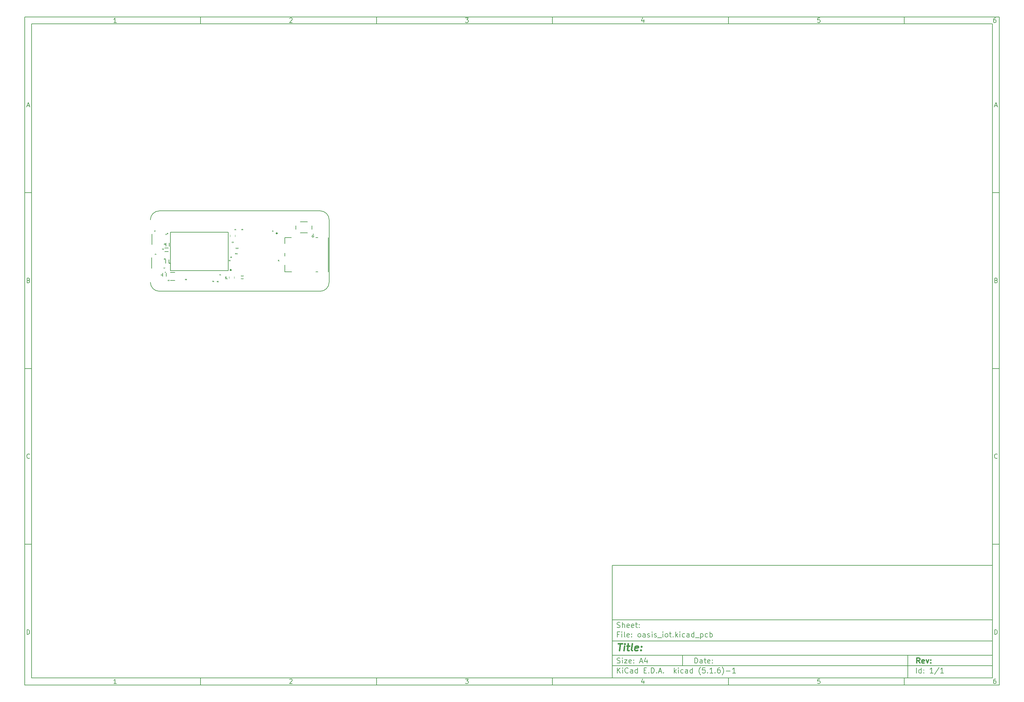
<source format=gto>
G04 #@! TF.GenerationSoftware,KiCad,Pcbnew,(5.1.6)-1*
G04 #@! TF.CreationDate,2021-06-30T18:45:26-06:00*
G04 #@! TF.ProjectId,oasis_iot,6f617369-735f-4696-9f74-2e6b69636164,rev?*
G04 #@! TF.SameCoordinates,Original*
G04 #@! TF.FileFunction,Legend,Top*
G04 #@! TF.FilePolarity,Positive*
%FSLAX46Y46*%
G04 Gerber Fmt 4.6, Leading zero omitted, Abs format (unit mm)*
G04 Created by KiCad (PCBNEW (5.1.6)-1) date 2021-06-30 18:45:26*
%MOMM*%
%LPD*%
G01*
G04 APERTURE LIST*
%ADD10C,0.100000*%
%ADD11C,0.150000*%
%ADD12C,0.300000*%
%ADD13C,0.400000*%
%ADD14C,0.127000*%
%ADD15C,0.200000*%
%ADD16C,0.120000*%
%ADD17C,0.152400*%
%ADD18C,0.015000*%
G04 APERTURE END LIST*
D10*
D11*
X177002200Y-166007200D02*
X177002200Y-198007200D01*
X285002200Y-198007200D01*
X285002200Y-166007200D01*
X177002200Y-166007200D01*
D10*
D11*
X10000000Y-10000000D02*
X10000000Y-200007200D01*
X287002200Y-200007200D01*
X287002200Y-10000000D01*
X10000000Y-10000000D01*
D10*
D11*
X12000000Y-12000000D02*
X12000000Y-198007200D01*
X285002200Y-198007200D01*
X285002200Y-12000000D01*
X12000000Y-12000000D01*
D10*
D11*
X60000000Y-12000000D02*
X60000000Y-10000000D01*
D10*
D11*
X110000000Y-12000000D02*
X110000000Y-10000000D01*
D10*
D11*
X160000000Y-12000000D02*
X160000000Y-10000000D01*
D10*
D11*
X210000000Y-12000000D02*
X210000000Y-10000000D01*
D10*
D11*
X260000000Y-12000000D02*
X260000000Y-10000000D01*
D10*
D11*
X36065476Y-11588095D02*
X35322619Y-11588095D01*
X35694047Y-11588095D02*
X35694047Y-10288095D01*
X35570238Y-10473809D01*
X35446428Y-10597619D01*
X35322619Y-10659523D01*
D10*
D11*
X85322619Y-10411904D02*
X85384523Y-10350000D01*
X85508333Y-10288095D01*
X85817857Y-10288095D01*
X85941666Y-10350000D01*
X86003571Y-10411904D01*
X86065476Y-10535714D01*
X86065476Y-10659523D01*
X86003571Y-10845238D01*
X85260714Y-11588095D01*
X86065476Y-11588095D01*
D10*
D11*
X135260714Y-10288095D02*
X136065476Y-10288095D01*
X135632142Y-10783333D01*
X135817857Y-10783333D01*
X135941666Y-10845238D01*
X136003571Y-10907142D01*
X136065476Y-11030952D01*
X136065476Y-11340476D01*
X136003571Y-11464285D01*
X135941666Y-11526190D01*
X135817857Y-11588095D01*
X135446428Y-11588095D01*
X135322619Y-11526190D01*
X135260714Y-11464285D01*
D10*
D11*
X185941666Y-10721428D02*
X185941666Y-11588095D01*
X185632142Y-10226190D02*
X185322619Y-11154761D01*
X186127380Y-11154761D01*
D10*
D11*
X236003571Y-10288095D02*
X235384523Y-10288095D01*
X235322619Y-10907142D01*
X235384523Y-10845238D01*
X235508333Y-10783333D01*
X235817857Y-10783333D01*
X235941666Y-10845238D01*
X236003571Y-10907142D01*
X236065476Y-11030952D01*
X236065476Y-11340476D01*
X236003571Y-11464285D01*
X235941666Y-11526190D01*
X235817857Y-11588095D01*
X235508333Y-11588095D01*
X235384523Y-11526190D01*
X235322619Y-11464285D01*
D10*
D11*
X285941666Y-10288095D02*
X285694047Y-10288095D01*
X285570238Y-10350000D01*
X285508333Y-10411904D01*
X285384523Y-10597619D01*
X285322619Y-10845238D01*
X285322619Y-11340476D01*
X285384523Y-11464285D01*
X285446428Y-11526190D01*
X285570238Y-11588095D01*
X285817857Y-11588095D01*
X285941666Y-11526190D01*
X286003571Y-11464285D01*
X286065476Y-11340476D01*
X286065476Y-11030952D01*
X286003571Y-10907142D01*
X285941666Y-10845238D01*
X285817857Y-10783333D01*
X285570238Y-10783333D01*
X285446428Y-10845238D01*
X285384523Y-10907142D01*
X285322619Y-11030952D01*
D10*
D11*
X60000000Y-198007200D02*
X60000000Y-200007200D01*
D10*
D11*
X110000000Y-198007200D02*
X110000000Y-200007200D01*
D10*
D11*
X160000000Y-198007200D02*
X160000000Y-200007200D01*
D10*
D11*
X210000000Y-198007200D02*
X210000000Y-200007200D01*
D10*
D11*
X260000000Y-198007200D02*
X260000000Y-200007200D01*
D10*
D11*
X36065476Y-199595295D02*
X35322619Y-199595295D01*
X35694047Y-199595295D02*
X35694047Y-198295295D01*
X35570238Y-198481009D01*
X35446428Y-198604819D01*
X35322619Y-198666723D01*
D10*
D11*
X85322619Y-198419104D02*
X85384523Y-198357200D01*
X85508333Y-198295295D01*
X85817857Y-198295295D01*
X85941666Y-198357200D01*
X86003571Y-198419104D01*
X86065476Y-198542914D01*
X86065476Y-198666723D01*
X86003571Y-198852438D01*
X85260714Y-199595295D01*
X86065476Y-199595295D01*
D10*
D11*
X135260714Y-198295295D02*
X136065476Y-198295295D01*
X135632142Y-198790533D01*
X135817857Y-198790533D01*
X135941666Y-198852438D01*
X136003571Y-198914342D01*
X136065476Y-199038152D01*
X136065476Y-199347676D01*
X136003571Y-199471485D01*
X135941666Y-199533390D01*
X135817857Y-199595295D01*
X135446428Y-199595295D01*
X135322619Y-199533390D01*
X135260714Y-199471485D01*
D10*
D11*
X185941666Y-198728628D02*
X185941666Y-199595295D01*
X185632142Y-198233390D02*
X185322619Y-199161961D01*
X186127380Y-199161961D01*
D10*
D11*
X236003571Y-198295295D02*
X235384523Y-198295295D01*
X235322619Y-198914342D01*
X235384523Y-198852438D01*
X235508333Y-198790533D01*
X235817857Y-198790533D01*
X235941666Y-198852438D01*
X236003571Y-198914342D01*
X236065476Y-199038152D01*
X236065476Y-199347676D01*
X236003571Y-199471485D01*
X235941666Y-199533390D01*
X235817857Y-199595295D01*
X235508333Y-199595295D01*
X235384523Y-199533390D01*
X235322619Y-199471485D01*
D10*
D11*
X285941666Y-198295295D02*
X285694047Y-198295295D01*
X285570238Y-198357200D01*
X285508333Y-198419104D01*
X285384523Y-198604819D01*
X285322619Y-198852438D01*
X285322619Y-199347676D01*
X285384523Y-199471485D01*
X285446428Y-199533390D01*
X285570238Y-199595295D01*
X285817857Y-199595295D01*
X285941666Y-199533390D01*
X286003571Y-199471485D01*
X286065476Y-199347676D01*
X286065476Y-199038152D01*
X286003571Y-198914342D01*
X285941666Y-198852438D01*
X285817857Y-198790533D01*
X285570238Y-198790533D01*
X285446428Y-198852438D01*
X285384523Y-198914342D01*
X285322619Y-199038152D01*
D10*
D11*
X10000000Y-60000000D02*
X12000000Y-60000000D01*
D10*
D11*
X10000000Y-110000000D02*
X12000000Y-110000000D01*
D10*
D11*
X10000000Y-160000000D02*
X12000000Y-160000000D01*
D10*
D11*
X10690476Y-35216666D02*
X11309523Y-35216666D01*
X10566666Y-35588095D02*
X11000000Y-34288095D01*
X11433333Y-35588095D01*
D10*
D11*
X11092857Y-84907142D02*
X11278571Y-84969047D01*
X11340476Y-85030952D01*
X11402380Y-85154761D01*
X11402380Y-85340476D01*
X11340476Y-85464285D01*
X11278571Y-85526190D01*
X11154761Y-85588095D01*
X10659523Y-85588095D01*
X10659523Y-84288095D01*
X11092857Y-84288095D01*
X11216666Y-84350000D01*
X11278571Y-84411904D01*
X11340476Y-84535714D01*
X11340476Y-84659523D01*
X11278571Y-84783333D01*
X11216666Y-84845238D01*
X11092857Y-84907142D01*
X10659523Y-84907142D01*
D10*
D11*
X11402380Y-135464285D02*
X11340476Y-135526190D01*
X11154761Y-135588095D01*
X11030952Y-135588095D01*
X10845238Y-135526190D01*
X10721428Y-135402380D01*
X10659523Y-135278571D01*
X10597619Y-135030952D01*
X10597619Y-134845238D01*
X10659523Y-134597619D01*
X10721428Y-134473809D01*
X10845238Y-134350000D01*
X11030952Y-134288095D01*
X11154761Y-134288095D01*
X11340476Y-134350000D01*
X11402380Y-134411904D01*
D10*
D11*
X10659523Y-185588095D02*
X10659523Y-184288095D01*
X10969047Y-184288095D01*
X11154761Y-184350000D01*
X11278571Y-184473809D01*
X11340476Y-184597619D01*
X11402380Y-184845238D01*
X11402380Y-185030952D01*
X11340476Y-185278571D01*
X11278571Y-185402380D01*
X11154761Y-185526190D01*
X10969047Y-185588095D01*
X10659523Y-185588095D01*
D10*
D11*
X287002200Y-60000000D02*
X285002200Y-60000000D01*
D10*
D11*
X287002200Y-110000000D02*
X285002200Y-110000000D01*
D10*
D11*
X287002200Y-160000000D02*
X285002200Y-160000000D01*
D10*
D11*
X285692676Y-35216666D02*
X286311723Y-35216666D01*
X285568866Y-35588095D02*
X286002200Y-34288095D01*
X286435533Y-35588095D01*
D10*
D11*
X286095057Y-84907142D02*
X286280771Y-84969047D01*
X286342676Y-85030952D01*
X286404580Y-85154761D01*
X286404580Y-85340476D01*
X286342676Y-85464285D01*
X286280771Y-85526190D01*
X286156961Y-85588095D01*
X285661723Y-85588095D01*
X285661723Y-84288095D01*
X286095057Y-84288095D01*
X286218866Y-84350000D01*
X286280771Y-84411904D01*
X286342676Y-84535714D01*
X286342676Y-84659523D01*
X286280771Y-84783333D01*
X286218866Y-84845238D01*
X286095057Y-84907142D01*
X285661723Y-84907142D01*
D10*
D11*
X286404580Y-135464285D02*
X286342676Y-135526190D01*
X286156961Y-135588095D01*
X286033152Y-135588095D01*
X285847438Y-135526190D01*
X285723628Y-135402380D01*
X285661723Y-135278571D01*
X285599819Y-135030952D01*
X285599819Y-134845238D01*
X285661723Y-134597619D01*
X285723628Y-134473809D01*
X285847438Y-134350000D01*
X286033152Y-134288095D01*
X286156961Y-134288095D01*
X286342676Y-134350000D01*
X286404580Y-134411904D01*
D10*
D11*
X285661723Y-185588095D02*
X285661723Y-184288095D01*
X285971247Y-184288095D01*
X286156961Y-184350000D01*
X286280771Y-184473809D01*
X286342676Y-184597619D01*
X286404580Y-184845238D01*
X286404580Y-185030952D01*
X286342676Y-185278571D01*
X286280771Y-185402380D01*
X286156961Y-185526190D01*
X285971247Y-185588095D01*
X285661723Y-185588095D01*
D10*
D11*
X200434342Y-193785771D02*
X200434342Y-192285771D01*
X200791485Y-192285771D01*
X201005771Y-192357200D01*
X201148628Y-192500057D01*
X201220057Y-192642914D01*
X201291485Y-192928628D01*
X201291485Y-193142914D01*
X201220057Y-193428628D01*
X201148628Y-193571485D01*
X201005771Y-193714342D01*
X200791485Y-193785771D01*
X200434342Y-193785771D01*
X202577200Y-193785771D02*
X202577200Y-193000057D01*
X202505771Y-192857200D01*
X202362914Y-192785771D01*
X202077200Y-192785771D01*
X201934342Y-192857200D01*
X202577200Y-193714342D02*
X202434342Y-193785771D01*
X202077200Y-193785771D01*
X201934342Y-193714342D01*
X201862914Y-193571485D01*
X201862914Y-193428628D01*
X201934342Y-193285771D01*
X202077200Y-193214342D01*
X202434342Y-193214342D01*
X202577200Y-193142914D01*
X203077200Y-192785771D02*
X203648628Y-192785771D01*
X203291485Y-192285771D02*
X203291485Y-193571485D01*
X203362914Y-193714342D01*
X203505771Y-193785771D01*
X203648628Y-193785771D01*
X204720057Y-193714342D02*
X204577200Y-193785771D01*
X204291485Y-193785771D01*
X204148628Y-193714342D01*
X204077200Y-193571485D01*
X204077200Y-193000057D01*
X204148628Y-192857200D01*
X204291485Y-192785771D01*
X204577200Y-192785771D01*
X204720057Y-192857200D01*
X204791485Y-193000057D01*
X204791485Y-193142914D01*
X204077200Y-193285771D01*
X205434342Y-193642914D02*
X205505771Y-193714342D01*
X205434342Y-193785771D01*
X205362914Y-193714342D01*
X205434342Y-193642914D01*
X205434342Y-193785771D01*
X205434342Y-192857200D02*
X205505771Y-192928628D01*
X205434342Y-193000057D01*
X205362914Y-192928628D01*
X205434342Y-192857200D01*
X205434342Y-193000057D01*
D10*
D11*
X177002200Y-194507200D02*
X285002200Y-194507200D01*
D10*
D11*
X178434342Y-196585771D02*
X178434342Y-195085771D01*
X179291485Y-196585771D02*
X178648628Y-195728628D01*
X179291485Y-195085771D02*
X178434342Y-195942914D01*
X179934342Y-196585771D02*
X179934342Y-195585771D01*
X179934342Y-195085771D02*
X179862914Y-195157200D01*
X179934342Y-195228628D01*
X180005771Y-195157200D01*
X179934342Y-195085771D01*
X179934342Y-195228628D01*
X181505771Y-196442914D02*
X181434342Y-196514342D01*
X181220057Y-196585771D01*
X181077200Y-196585771D01*
X180862914Y-196514342D01*
X180720057Y-196371485D01*
X180648628Y-196228628D01*
X180577200Y-195942914D01*
X180577200Y-195728628D01*
X180648628Y-195442914D01*
X180720057Y-195300057D01*
X180862914Y-195157200D01*
X181077200Y-195085771D01*
X181220057Y-195085771D01*
X181434342Y-195157200D01*
X181505771Y-195228628D01*
X182791485Y-196585771D02*
X182791485Y-195800057D01*
X182720057Y-195657200D01*
X182577200Y-195585771D01*
X182291485Y-195585771D01*
X182148628Y-195657200D01*
X182791485Y-196514342D02*
X182648628Y-196585771D01*
X182291485Y-196585771D01*
X182148628Y-196514342D01*
X182077200Y-196371485D01*
X182077200Y-196228628D01*
X182148628Y-196085771D01*
X182291485Y-196014342D01*
X182648628Y-196014342D01*
X182791485Y-195942914D01*
X184148628Y-196585771D02*
X184148628Y-195085771D01*
X184148628Y-196514342D02*
X184005771Y-196585771D01*
X183720057Y-196585771D01*
X183577200Y-196514342D01*
X183505771Y-196442914D01*
X183434342Y-196300057D01*
X183434342Y-195871485D01*
X183505771Y-195728628D01*
X183577200Y-195657200D01*
X183720057Y-195585771D01*
X184005771Y-195585771D01*
X184148628Y-195657200D01*
X186005771Y-195800057D02*
X186505771Y-195800057D01*
X186720057Y-196585771D02*
X186005771Y-196585771D01*
X186005771Y-195085771D01*
X186720057Y-195085771D01*
X187362914Y-196442914D02*
X187434342Y-196514342D01*
X187362914Y-196585771D01*
X187291485Y-196514342D01*
X187362914Y-196442914D01*
X187362914Y-196585771D01*
X188077200Y-196585771D02*
X188077200Y-195085771D01*
X188434342Y-195085771D01*
X188648628Y-195157200D01*
X188791485Y-195300057D01*
X188862914Y-195442914D01*
X188934342Y-195728628D01*
X188934342Y-195942914D01*
X188862914Y-196228628D01*
X188791485Y-196371485D01*
X188648628Y-196514342D01*
X188434342Y-196585771D01*
X188077200Y-196585771D01*
X189577200Y-196442914D02*
X189648628Y-196514342D01*
X189577200Y-196585771D01*
X189505771Y-196514342D01*
X189577200Y-196442914D01*
X189577200Y-196585771D01*
X190220057Y-196157200D02*
X190934342Y-196157200D01*
X190077200Y-196585771D02*
X190577200Y-195085771D01*
X191077200Y-196585771D01*
X191577200Y-196442914D02*
X191648628Y-196514342D01*
X191577200Y-196585771D01*
X191505771Y-196514342D01*
X191577200Y-196442914D01*
X191577200Y-196585771D01*
X194577200Y-196585771D02*
X194577200Y-195085771D01*
X194720057Y-196014342D02*
X195148628Y-196585771D01*
X195148628Y-195585771D02*
X194577200Y-196157200D01*
X195791485Y-196585771D02*
X195791485Y-195585771D01*
X195791485Y-195085771D02*
X195720057Y-195157200D01*
X195791485Y-195228628D01*
X195862914Y-195157200D01*
X195791485Y-195085771D01*
X195791485Y-195228628D01*
X197148628Y-196514342D02*
X197005771Y-196585771D01*
X196720057Y-196585771D01*
X196577200Y-196514342D01*
X196505771Y-196442914D01*
X196434342Y-196300057D01*
X196434342Y-195871485D01*
X196505771Y-195728628D01*
X196577200Y-195657200D01*
X196720057Y-195585771D01*
X197005771Y-195585771D01*
X197148628Y-195657200D01*
X198434342Y-196585771D02*
X198434342Y-195800057D01*
X198362914Y-195657200D01*
X198220057Y-195585771D01*
X197934342Y-195585771D01*
X197791485Y-195657200D01*
X198434342Y-196514342D02*
X198291485Y-196585771D01*
X197934342Y-196585771D01*
X197791485Y-196514342D01*
X197720057Y-196371485D01*
X197720057Y-196228628D01*
X197791485Y-196085771D01*
X197934342Y-196014342D01*
X198291485Y-196014342D01*
X198434342Y-195942914D01*
X199791485Y-196585771D02*
X199791485Y-195085771D01*
X199791485Y-196514342D02*
X199648628Y-196585771D01*
X199362914Y-196585771D01*
X199220057Y-196514342D01*
X199148628Y-196442914D01*
X199077200Y-196300057D01*
X199077200Y-195871485D01*
X199148628Y-195728628D01*
X199220057Y-195657200D01*
X199362914Y-195585771D01*
X199648628Y-195585771D01*
X199791485Y-195657200D01*
X202077200Y-197157200D02*
X202005771Y-197085771D01*
X201862914Y-196871485D01*
X201791485Y-196728628D01*
X201720057Y-196514342D01*
X201648628Y-196157200D01*
X201648628Y-195871485D01*
X201720057Y-195514342D01*
X201791485Y-195300057D01*
X201862914Y-195157200D01*
X202005771Y-194942914D01*
X202077200Y-194871485D01*
X203362914Y-195085771D02*
X202648628Y-195085771D01*
X202577200Y-195800057D01*
X202648628Y-195728628D01*
X202791485Y-195657200D01*
X203148628Y-195657200D01*
X203291485Y-195728628D01*
X203362914Y-195800057D01*
X203434342Y-195942914D01*
X203434342Y-196300057D01*
X203362914Y-196442914D01*
X203291485Y-196514342D01*
X203148628Y-196585771D01*
X202791485Y-196585771D01*
X202648628Y-196514342D01*
X202577200Y-196442914D01*
X204077200Y-196442914D02*
X204148628Y-196514342D01*
X204077200Y-196585771D01*
X204005771Y-196514342D01*
X204077200Y-196442914D01*
X204077200Y-196585771D01*
X205577200Y-196585771D02*
X204720057Y-196585771D01*
X205148628Y-196585771D02*
X205148628Y-195085771D01*
X205005771Y-195300057D01*
X204862914Y-195442914D01*
X204720057Y-195514342D01*
X206220057Y-196442914D02*
X206291485Y-196514342D01*
X206220057Y-196585771D01*
X206148628Y-196514342D01*
X206220057Y-196442914D01*
X206220057Y-196585771D01*
X207577200Y-195085771D02*
X207291485Y-195085771D01*
X207148628Y-195157200D01*
X207077200Y-195228628D01*
X206934342Y-195442914D01*
X206862914Y-195728628D01*
X206862914Y-196300057D01*
X206934342Y-196442914D01*
X207005771Y-196514342D01*
X207148628Y-196585771D01*
X207434342Y-196585771D01*
X207577200Y-196514342D01*
X207648628Y-196442914D01*
X207720057Y-196300057D01*
X207720057Y-195942914D01*
X207648628Y-195800057D01*
X207577200Y-195728628D01*
X207434342Y-195657200D01*
X207148628Y-195657200D01*
X207005771Y-195728628D01*
X206934342Y-195800057D01*
X206862914Y-195942914D01*
X208220057Y-197157200D02*
X208291485Y-197085771D01*
X208434342Y-196871485D01*
X208505771Y-196728628D01*
X208577200Y-196514342D01*
X208648628Y-196157200D01*
X208648628Y-195871485D01*
X208577200Y-195514342D01*
X208505771Y-195300057D01*
X208434342Y-195157200D01*
X208291485Y-194942914D01*
X208220057Y-194871485D01*
X209362914Y-196014342D02*
X210505771Y-196014342D01*
X212005771Y-196585771D02*
X211148628Y-196585771D01*
X211577200Y-196585771D02*
X211577200Y-195085771D01*
X211434342Y-195300057D01*
X211291485Y-195442914D01*
X211148628Y-195514342D01*
D10*
D11*
X177002200Y-191507200D02*
X285002200Y-191507200D01*
D10*
D12*
X264411485Y-193785771D02*
X263911485Y-193071485D01*
X263554342Y-193785771D02*
X263554342Y-192285771D01*
X264125771Y-192285771D01*
X264268628Y-192357200D01*
X264340057Y-192428628D01*
X264411485Y-192571485D01*
X264411485Y-192785771D01*
X264340057Y-192928628D01*
X264268628Y-193000057D01*
X264125771Y-193071485D01*
X263554342Y-193071485D01*
X265625771Y-193714342D02*
X265482914Y-193785771D01*
X265197200Y-193785771D01*
X265054342Y-193714342D01*
X264982914Y-193571485D01*
X264982914Y-193000057D01*
X265054342Y-192857200D01*
X265197200Y-192785771D01*
X265482914Y-192785771D01*
X265625771Y-192857200D01*
X265697200Y-193000057D01*
X265697200Y-193142914D01*
X264982914Y-193285771D01*
X266197200Y-192785771D02*
X266554342Y-193785771D01*
X266911485Y-192785771D01*
X267482914Y-193642914D02*
X267554342Y-193714342D01*
X267482914Y-193785771D01*
X267411485Y-193714342D01*
X267482914Y-193642914D01*
X267482914Y-193785771D01*
X267482914Y-192857200D02*
X267554342Y-192928628D01*
X267482914Y-193000057D01*
X267411485Y-192928628D01*
X267482914Y-192857200D01*
X267482914Y-193000057D01*
D10*
D11*
X178362914Y-193714342D02*
X178577200Y-193785771D01*
X178934342Y-193785771D01*
X179077200Y-193714342D01*
X179148628Y-193642914D01*
X179220057Y-193500057D01*
X179220057Y-193357200D01*
X179148628Y-193214342D01*
X179077200Y-193142914D01*
X178934342Y-193071485D01*
X178648628Y-193000057D01*
X178505771Y-192928628D01*
X178434342Y-192857200D01*
X178362914Y-192714342D01*
X178362914Y-192571485D01*
X178434342Y-192428628D01*
X178505771Y-192357200D01*
X178648628Y-192285771D01*
X179005771Y-192285771D01*
X179220057Y-192357200D01*
X179862914Y-193785771D02*
X179862914Y-192785771D01*
X179862914Y-192285771D02*
X179791485Y-192357200D01*
X179862914Y-192428628D01*
X179934342Y-192357200D01*
X179862914Y-192285771D01*
X179862914Y-192428628D01*
X180434342Y-192785771D02*
X181220057Y-192785771D01*
X180434342Y-193785771D01*
X181220057Y-193785771D01*
X182362914Y-193714342D02*
X182220057Y-193785771D01*
X181934342Y-193785771D01*
X181791485Y-193714342D01*
X181720057Y-193571485D01*
X181720057Y-193000057D01*
X181791485Y-192857200D01*
X181934342Y-192785771D01*
X182220057Y-192785771D01*
X182362914Y-192857200D01*
X182434342Y-193000057D01*
X182434342Y-193142914D01*
X181720057Y-193285771D01*
X183077200Y-193642914D02*
X183148628Y-193714342D01*
X183077200Y-193785771D01*
X183005771Y-193714342D01*
X183077200Y-193642914D01*
X183077200Y-193785771D01*
X183077200Y-192857200D02*
X183148628Y-192928628D01*
X183077200Y-193000057D01*
X183005771Y-192928628D01*
X183077200Y-192857200D01*
X183077200Y-193000057D01*
X184862914Y-193357200D02*
X185577200Y-193357200D01*
X184720057Y-193785771D02*
X185220057Y-192285771D01*
X185720057Y-193785771D01*
X186862914Y-192785771D02*
X186862914Y-193785771D01*
X186505771Y-192214342D02*
X186148628Y-193285771D01*
X187077200Y-193285771D01*
D10*
D11*
X263434342Y-196585771D02*
X263434342Y-195085771D01*
X264791485Y-196585771D02*
X264791485Y-195085771D01*
X264791485Y-196514342D02*
X264648628Y-196585771D01*
X264362914Y-196585771D01*
X264220057Y-196514342D01*
X264148628Y-196442914D01*
X264077200Y-196300057D01*
X264077200Y-195871485D01*
X264148628Y-195728628D01*
X264220057Y-195657200D01*
X264362914Y-195585771D01*
X264648628Y-195585771D01*
X264791485Y-195657200D01*
X265505771Y-196442914D02*
X265577200Y-196514342D01*
X265505771Y-196585771D01*
X265434342Y-196514342D01*
X265505771Y-196442914D01*
X265505771Y-196585771D01*
X265505771Y-195657200D02*
X265577200Y-195728628D01*
X265505771Y-195800057D01*
X265434342Y-195728628D01*
X265505771Y-195657200D01*
X265505771Y-195800057D01*
X268148628Y-196585771D02*
X267291485Y-196585771D01*
X267720057Y-196585771D02*
X267720057Y-195085771D01*
X267577200Y-195300057D01*
X267434342Y-195442914D01*
X267291485Y-195514342D01*
X269862914Y-195014342D02*
X268577200Y-196942914D01*
X271148628Y-196585771D02*
X270291485Y-196585771D01*
X270720057Y-196585771D02*
X270720057Y-195085771D01*
X270577200Y-195300057D01*
X270434342Y-195442914D01*
X270291485Y-195514342D01*
D10*
D11*
X177002200Y-187507200D02*
X285002200Y-187507200D01*
D10*
D13*
X178714580Y-188211961D02*
X179857438Y-188211961D01*
X179036009Y-190211961D02*
X179286009Y-188211961D01*
X180274104Y-190211961D02*
X180440771Y-188878628D01*
X180524104Y-188211961D02*
X180416961Y-188307200D01*
X180500295Y-188402438D01*
X180607438Y-188307200D01*
X180524104Y-188211961D01*
X180500295Y-188402438D01*
X181107438Y-188878628D02*
X181869342Y-188878628D01*
X181476485Y-188211961D02*
X181262200Y-189926247D01*
X181333628Y-190116723D01*
X181512200Y-190211961D01*
X181702676Y-190211961D01*
X182655057Y-190211961D02*
X182476485Y-190116723D01*
X182405057Y-189926247D01*
X182619342Y-188211961D01*
X184190771Y-190116723D02*
X183988390Y-190211961D01*
X183607438Y-190211961D01*
X183428866Y-190116723D01*
X183357438Y-189926247D01*
X183452676Y-189164342D01*
X183571723Y-188973866D01*
X183774104Y-188878628D01*
X184155057Y-188878628D01*
X184333628Y-188973866D01*
X184405057Y-189164342D01*
X184381247Y-189354819D01*
X183405057Y-189545295D01*
X185155057Y-190021485D02*
X185238390Y-190116723D01*
X185131247Y-190211961D01*
X185047914Y-190116723D01*
X185155057Y-190021485D01*
X185131247Y-190211961D01*
X185286009Y-188973866D02*
X185369342Y-189069104D01*
X185262200Y-189164342D01*
X185178866Y-189069104D01*
X185286009Y-188973866D01*
X185262200Y-189164342D01*
D10*
D11*
X178934342Y-185600057D02*
X178434342Y-185600057D01*
X178434342Y-186385771D02*
X178434342Y-184885771D01*
X179148628Y-184885771D01*
X179720057Y-186385771D02*
X179720057Y-185385771D01*
X179720057Y-184885771D02*
X179648628Y-184957200D01*
X179720057Y-185028628D01*
X179791485Y-184957200D01*
X179720057Y-184885771D01*
X179720057Y-185028628D01*
X180648628Y-186385771D02*
X180505771Y-186314342D01*
X180434342Y-186171485D01*
X180434342Y-184885771D01*
X181791485Y-186314342D02*
X181648628Y-186385771D01*
X181362914Y-186385771D01*
X181220057Y-186314342D01*
X181148628Y-186171485D01*
X181148628Y-185600057D01*
X181220057Y-185457200D01*
X181362914Y-185385771D01*
X181648628Y-185385771D01*
X181791485Y-185457200D01*
X181862914Y-185600057D01*
X181862914Y-185742914D01*
X181148628Y-185885771D01*
X182505771Y-186242914D02*
X182577200Y-186314342D01*
X182505771Y-186385771D01*
X182434342Y-186314342D01*
X182505771Y-186242914D01*
X182505771Y-186385771D01*
X182505771Y-185457200D02*
X182577200Y-185528628D01*
X182505771Y-185600057D01*
X182434342Y-185528628D01*
X182505771Y-185457200D01*
X182505771Y-185600057D01*
X184577200Y-186385771D02*
X184434342Y-186314342D01*
X184362914Y-186242914D01*
X184291485Y-186100057D01*
X184291485Y-185671485D01*
X184362914Y-185528628D01*
X184434342Y-185457200D01*
X184577200Y-185385771D01*
X184791485Y-185385771D01*
X184934342Y-185457200D01*
X185005771Y-185528628D01*
X185077200Y-185671485D01*
X185077200Y-186100057D01*
X185005771Y-186242914D01*
X184934342Y-186314342D01*
X184791485Y-186385771D01*
X184577200Y-186385771D01*
X186362914Y-186385771D02*
X186362914Y-185600057D01*
X186291485Y-185457200D01*
X186148628Y-185385771D01*
X185862914Y-185385771D01*
X185720057Y-185457200D01*
X186362914Y-186314342D02*
X186220057Y-186385771D01*
X185862914Y-186385771D01*
X185720057Y-186314342D01*
X185648628Y-186171485D01*
X185648628Y-186028628D01*
X185720057Y-185885771D01*
X185862914Y-185814342D01*
X186220057Y-185814342D01*
X186362914Y-185742914D01*
X187005771Y-186314342D02*
X187148628Y-186385771D01*
X187434342Y-186385771D01*
X187577200Y-186314342D01*
X187648628Y-186171485D01*
X187648628Y-186100057D01*
X187577200Y-185957200D01*
X187434342Y-185885771D01*
X187220057Y-185885771D01*
X187077200Y-185814342D01*
X187005771Y-185671485D01*
X187005771Y-185600057D01*
X187077200Y-185457200D01*
X187220057Y-185385771D01*
X187434342Y-185385771D01*
X187577200Y-185457200D01*
X188291485Y-186385771D02*
X188291485Y-185385771D01*
X188291485Y-184885771D02*
X188220057Y-184957200D01*
X188291485Y-185028628D01*
X188362914Y-184957200D01*
X188291485Y-184885771D01*
X188291485Y-185028628D01*
X188934342Y-186314342D02*
X189077200Y-186385771D01*
X189362914Y-186385771D01*
X189505771Y-186314342D01*
X189577200Y-186171485D01*
X189577200Y-186100057D01*
X189505771Y-185957200D01*
X189362914Y-185885771D01*
X189148628Y-185885771D01*
X189005771Y-185814342D01*
X188934342Y-185671485D01*
X188934342Y-185600057D01*
X189005771Y-185457200D01*
X189148628Y-185385771D01*
X189362914Y-185385771D01*
X189505771Y-185457200D01*
X189862914Y-186528628D02*
X191005771Y-186528628D01*
X191362914Y-186385771D02*
X191362914Y-185385771D01*
X191362914Y-184885771D02*
X191291485Y-184957200D01*
X191362914Y-185028628D01*
X191434342Y-184957200D01*
X191362914Y-184885771D01*
X191362914Y-185028628D01*
X192291485Y-186385771D02*
X192148628Y-186314342D01*
X192077200Y-186242914D01*
X192005771Y-186100057D01*
X192005771Y-185671485D01*
X192077200Y-185528628D01*
X192148628Y-185457200D01*
X192291485Y-185385771D01*
X192505771Y-185385771D01*
X192648628Y-185457200D01*
X192720057Y-185528628D01*
X192791485Y-185671485D01*
X192791485Y-186100057D01*
X192720057Y-186242914D01*
X192648628Y-186314342D01*
X192505771Y-186385771D01*
X192291485Y-186385771D01*
X193220057Y-185385771D02*
X193791485Y-185385771D01*
X193434342Y-184885771D02*
X193434342Y-186171485D01*
X193505771Y-186314342D01*
X193648628Y-186385771D01*
X193791485Y-186385771D01*
X194291485Y-186242914D02*
X194362914Y-186314342D01*
X194291485Y-186385771D01*
X194220057Y-186314342D01*
X194291485Y-186242914D01*
X194291485Y-186385771D01*
X195005771Y-186385771D02*
X195005771Y-184885771D01*
X195148628Y-185814342D02*
X195577200Y-186385771D01*
X195577200Y-185385771D02*
X195005771Y-185957200D01*
X196220057Y-186385771D02*
X196220057Y-185385771D01*
X196220057Y-184885771D02*
X196148628Y-184957200D01*
X196220057Y-185028628D01*
X196291485Y-184957200D01*
X196220057Y-184885771D01*
X196220057Y-185028628D01*
X197577200Y-186314342D02*
X197434342Y-186385771D01*
X197148628Y-186385771D01*
X197005771Y-186314342D01*
X196934342Y-186242914D01*
X196862914Y-186100057D01*
X196862914Y-185671485D01*
X196934342Y-185528628D01*
X197005771Y-185457200D01*
X197148628Y-185385771D01*
X197434342Y-185385771D01*
X197577200Y-185457200D01*
X198862914Y-186385771D02*
X198862914Y-185600057D01*
X198791485Y-185457200D01*
X198648628Y-185385771D01*
X198362914Y-185385771D01*
X198220057Y-185457200D01*
X198862914Y-186314342D02*
X198720057Y-186385771D01*
X198362914Y-186385771D01*
X198220057Y-186314342D01*
X198148628Y-186171485D01*
X198148628Y-186028628D01*
X198220057Y-185885771D01*
X198362914Y-185814342D01*
X198720057Y-185814342D01*
X198862914Y-185742914D01*
X200220057Y-186385771D02*
X200220057Y-184885771D01*
X200220057Y-186314342D02*
X200077200Y-186385771D01*
X199791485Y-186385771D01*
X199648628Y-186314342D01*
X199577200Y-186242914D01*
X199505771Y-186100057D01*
X199505771Y-185671485D01*
X199577200Y-185528628D01*
X199648628Y-185457200D01*
X199791485Y-185385771D01*
X200077200Y-185385771D01*
X200220057Y-185457200D01*
X200577200Y-186528628D02*
X201720057Y-186528628D01*
X202077200Y-185385771D02*
X202077200Y-186885771D01*
X202077200Y-185457200D02*
X202220057Y-185385771D01*
X202505771Y-185385771D01*
X202648628Y-185457200D01*
X202720057Y-185528628D01*
X202791485Y-185671485D01*
X202791485Y-186100057D01*
X202720057Y-186242914D01*
X202648628Y-186314342D01*
X202505771Y-186385771D01*
X202220057Y-186385771D01*
X202077200Y-186314342D01*
X204077200Y-186314342D02*
X203934342Y-186385771D01*
X203648628Y-186385771D01*
X203505771Y-186314342D01*
X203434342Y-186242914D01*
X203362914Y-186100057D01*
X203362914Y-185671485D01*
X203434342Y-185528628D01*
X203505771Y-185457200D01*
X203648628Y-185385771D01*
X203934342Y-185385771D01*
X204077200Y-185457200D01*
X204720057Y-186385771D02*
X204720057Y-184885771D01*
X204720057Y-185457200D02*
X204862914Y-185385771D01*
X205148628Y-185385771D01*
X205291485Y-185457200D01*
X205362914Y-185528628D01*
X205434342Y-185671485D01*
X205434342Y-186100057D01*
X205362914Y-186242914D01*
X205291485Y-186314342D01*
X205148628Y-186385771D01*
X204862914Y-186385771D01*
X204720057Y-186314342D01*
D10*
D11*
X177002200Y-181507200D02*
X285002200Y-181507200D01*
D10*
D11*
X178362914Y-183614342D02*
X178577200Y-183685771D01*
X178934342Y-183685771D01*
X179077200Y-183614342D01*
X179148628Y-183542914D01*
X179220057Y-183400057D01*
X179220057Y-183257200D01*
X179148628Y-183114342D01*
X179077200Y-183042914D01*
X178934342Y-182971485D01*
X178648628Y-182900057D01*
X178505771Y-182828628D01*
X178434342Y-182757200D01*
X178362914Y-182614342D01*
X178362914Y-182471485D01*
X178434342Y-182328628D01*
X178505771Y-182257200D01*
X178648628Y-182185771D01*
X179005771Y-182185771D01*
X179220057Y-182257200D01*
X179862914Y-183685771D02*
X179862914Y-182185771D01*
X180505771Y-183685771D02*
X180505771Y-182900057D01*
X180434342Y-182757200D01*
X180291485Y-182685771D01*
X180077200Y-182685771D01*
X179934342Y-182757200D01*
X179862914Y-182828628D01*
X181791485Y-183614342D02*
X181648628Y-183685771D01*
X181362914Y-183685771D01*
X181220057Y-183614342D01*
X181148628Y-183471485D01*
X181148628Y-182900057D01*
X181220057Y-182757200D01*
X181362914Y-182685771D01*
X181648628Y-182685771D01*
X181791485Y-182757200D01*
X181862914Y-182900057D01*
X181862914Y-183042914D01*
X181148628Y-183185771D01*
X183077200Y-183614342D02*
X182934342Y-183685771D01*
X182648628Y-183685771D01*
X182505771Y-183614342D01*
X182434342Y-183471485D01*
X182434342Y-182900057D01*
X182505771Y-182757200D01*
X182648628Y-182685771D01*
X182934342Y-182685771D01*
X183077200Y-182757200D01*
X183148628Y-182900057D01*
X183148628Y-183042914D01*
X182434342Y-183185771D01*
X183577200Y-182685771D02*
X184148628Y-182685771D01*
X183791485Y-182185771D02*
X183791485Y-183471485D01*
X183862914Y-183614342D01*
X184005771Y-183685771D01*
X184148628Y-183685771D01*
X184648628Y-183542914D02*
X184720057Y-183614342D01*
X184648628Y-183685771D01*
X184577200Y-183614342D01*
X184648628Y-183542914D01*
X184648628Y-183685771D01*
X184648628Y-182757200D02*
X184720057Y-182828628D01*
X184648628Y-182900057D01*
X184577200Y-182828628D01*
X184648628Y-182757200D01*
X184648628Y-182900057D01*
D10*
D11*
X197002200Y-191507200D02*
X197002200Y-194507200D01*
D10*
D11*
X261002200Y-191507200D02*
X261002200Y-198007200D01*
D14*
X93990000Y-88020000D02*
X48270000Y-88020000D01*
X96530000Y-67700000D02*
X96530000Y-85480000D01*
X48270000Y-65160000D02*
X93990000Y-65160000D01*
X45730000Y-67700000D02*
G75*
G02*
X48270000Y-65160000I2540000J0D01*
G01*
X48270000Y-88020000D02*
G75*
G02*
X45730000Y-85480000I0J2540000D01*
G01*
X96530000Y-85480000D02*
G75*
G02*
X93990000Y-88020000I-2540000J0D01*
G01*
X93990000Y-65160000D02*
G75*
G02*
X96530000Y-67700000I0J-2540000D01*
G01*
X83964000Y-80540000D02*
X83964000Y-82515000D01*
X83964000Y-82515000D02*
X85864000Y-82515000D01*
X83964000Y-78040000D02*
X83964000Y-77140000D01*
X83964000Y-74440000D02*
X83964000Y-72765000D01*
X83964000Y-72765000D02*
X85764000Y-72765000D01*
X96264000Y-82515000D02*
X96264000Y-72765000D01*
X92764000Y-72765000D02*
X93364000Y-72765000D01*
X92764000Y-82515000D02*
X93364000Y-82515000D01*
D15*
X92114000Y-71840000D02*
G75*
G03*
X92114000Y-71840000I-100000J0D01*
G01*
D16*
X69530000Y-84326078D02*
X69530000Y-83808922D01*
X68110000Y-84326078D02*
X68110000Y-83808922D01*
X69800000Y-72008922D02*
X69800000Y-72526078D01*
X68380000Y-72008922D02*
X68380000Y-72526078D01*
D11*
X67889200Y-71195300D02*
X67889200Y-82195300D01*
X51389200Y-71195300D02*
X67889200Y-71195300D01*
X51389200Y-82195300D02*
X51389200Y-71195300D01*
X67889200Y-82195300D02*
X51389200Y-82195300D01*
D12*
X68693200Y-81969300D02*
G75*
G03*
X68693200Y-81969300I-150000J0D01*
G01*
D14*
X46160000Y-74720000D02*
X46160000Y-71720000D01*
D15*
X50710000Y-71612000D02*
G75*
G03*
X50710000Y-71612000I-100000J0D01*
G01*
X51340000Y-80060000D02*
G75*
G03*
X51340000Y-80060000I-100000J0D01*
G01*
X50105000Y-82625000D02*
G75*
G03*
X50105000Y-82625000I-100000J0D01*
G01*
D14*
X51400000Y-84965000D02*
X52700000Y-84965000D01*
X51400000Y-82635000D02*
X52700000Y-82635000D01*
D17*
X92154000Y-72390000D02*
G75*
G03*
X92154000Y-72390000I-254000J0D01*
G01*
X91633300Y-70365141D02*
X91633300Y-69334859D01*
X88341879Y-71424800D02*
X90378121Y-71424800D01*
X87086700Y-69334859D02*
X87086700Y-70365141D01*
X90378121Y-68275200D02*
X88341879Y-68275200D01*
D12*
X81790000Y-71534000D02*
G75*
G03*
X81790000Y-71534000I-150000J0D01*
G01*
D14*
X50070000Y-79020000D02*
X50070000Y-80020000D01*
X51030000Y-80020000D02*
X51030000Y-79020000D01*
X50820000Y-75760000D02*
X49820000Y-75760000D01*
X49820000Y-76720000D02*
X50820000Y-76720000D01*
X50150000Y-74240000D02*
X50150000Y-75240000D01*
X51110000Y-75240000D02*
X51110000Y-74240000D01*
X49250000Y-82800000D02*
X49250000Y-83800000D01*
X50210000Y-83800000D02*
X50210000Y-82800000D01*
X46110000Y-81470000D02*
X46110000Y-78470000D01*
D18*
X55757666Y-84814904D02*
X55673000Y-84693952D01*
X55612523Y-84814904D02*
X55612523Y-84560904D01*
X55709285Y-84560904D01*
X55733476Y-84573000D01*
X55745571Y-84585095D01*
X55757666Y-84609285D01*
X55757666Y-84645571D01*
X55745571Y-84669761D01*
X55733476Y-84681857D01*
X55709285Y-84693952D01*
X55612523Y-84693952D01*
X55842333Y-84560904D02*
X55999571Y-84560904D01*
X55914904Y-84657666D01*
X55951190Y-84657666D01*
X55975380Y-84669761D01*
X55987476Y-84681857D01*
X55999571Y-84706047D01*
X55999571Y-84766523D01*
X55987476Y-84790714D01*
X55975380Y-84802809D01*
X55951190Y-84814904D01*
X55878619Y-84814904D01*
X55854428Y-84802809D01*
X55842333Y-84790714D01*
X82024724Y-79401466D02*
X82206153Y-79401466D01*
X82242439Y-79413561D01*
X82266629Y-79437752D01*
X82278724Y-79474038D01*
X82278724Y-79498228D01*
X82024724Y-79304704D02*
X82024724Y-79147466D01*
X82121486Y-79232133D01*
X82121486Y-79195847D01*
X82133581Y-79171657D01*
X82145677Y-79159561D01*
X82169867Y-79147466D01*
X82230343Y-79147466D01*
X82254534Y-79159561D01*
X82266629Y-79171657D01*
X82278724Y-79195847D01*
X82278724Y-79268419D01*
X82266629Y-79292609D01*
X82254534Y-79304704D01*
X65517666Y-83434904D02*
X65433000Y-83313952D01*
X65372523Y-83434904D02*
X65372523Y-83180904D01*
X65469285Y-83180904D01*
X65493476Y-83193000D01*
X65505571Y-83205095D01*
X65517666Y-83229285D01*
X65517666Y-83265571D01*
X65505571Y-83289761D01*
X65493476Y-83301857D01*
X65469285Y-83313952D01*
X65372523Y-83313952D01*
X65759571Y-83434904D02*
X65614428Y-83434904D01*
X65687000Y-83434904D02*
X65687000Y-83180904D01*
X65662809Y-83217190D01*
X65638619Y-83241380D01*
X65614428Y-83253476D01*
X67098333Y-84401857D02*
X67013666Y-84401857D01*
X67013666Y-84534904D02*
X67013666Y-84280904D01*
X67134619Y-84280904D01*
X67316047Y-84401857D02*
X67352333Y-84413952D01*
X67364428Y-84426047D01*
X67376523Y-84450238D01*
X67376523Y-84486523D01*
X67364428Y-84510714D01*
X67352333Y-84522809D01*
X67328142Y-84534904D01*
X67231380Y-84534904D01*
X67231380Y-84280904D01*
X67316047Y-84280904D01*
X67340238Y-84293000D01*
X67352333Y-84305095D01*
X67364428Y-84329285D01*
X67364428Y-84353476D01*
X67352333Y-84377666D01*
X67340238Y-84389761D01*
X67316047Y-84401857D01*
X67231380Y-84401857D01*
X67618428Y-84534904D02*
X67473285Y-84534904D01*
X67545857Y-84534904D02*
X67545857Y-84280904D01*
X67521666Y-84317190D01*
X67497476Y-84341380D01*
X67473285Y-84353476D01*
X70136714Y-75870714D02*
X70124619Y-75882809D01*
X70088333Y-75894904D01*
X70064142Y-75894904D01*
X70027857Y-75882809D01*
X70003666Y-75858619D01*
X69991571Y-75834428D01*
X69979476Y-75786047D01*
X69979476Y-75749761D01*
X69991571Y-75701380D01*
X70003666Y-75677190D01*
X70027857Y-75653000D01*
X70064142Y-75640904D01*
X70088333Y-75640904D01*
X70124619Y-75653000D01*
X70136714Y-75665095D01*
X70378619Y-75894904D02*
X70233476Y-75894904D01*
X70306047Y-75894904D02*
X70306047Y-75640904D01*
X70281857Y-75677190D01*
X70257666Y-75701380D01*
X70233476Y-75713476D01*
X70463285Y-75640904D02*
X70620523Y-75640904D01*
X70535857Y-75737666D01*
X70572142Y-75737666D01*
X70596333Y-75749761D01*
X70608428Y-75761857D01*
X70620523Y-75786047D01*
X70620523Y-75846523D01*
X70608428Y-75870714D01*
X70596333Y-75882809D01*
X70572142Y-75894904D01*
X70499571Y-75894904D01*
X70475380Y-75882809D01*
X70463285Y-75870714D01*
X71606714Y-84490714D02*
X71594619Y-84502809D01*
X71558333Y-84514904D01*
X71534142Y-84514904D01*
X71497857Y-84502809D01*
X71473666Y-84478619D01*
X71461571Y-84454428D01*
X71449476Y-84406047D01*
X71449476Y-84369761D01*
X71461571Y-84321380D01*
X71473666Y-84297190D01*
X71497857Y-84273000D01*
X71534142Y-84260904D01*
X71558333Y-84260904D01*
X71594619Y-84273000D01*
X71606714Y-84285095D01*
X71848619Y-84514904D02*
X71703476Y-84514904D01*
X71776047Y-84514904D02*
X71776047Y-84260904D01*
X71751857Y-84297190D01*
X71727666Y-84321380D01*
X71703476Y-84333476D01*
X71945380Y-84285095D02*
X71957476Y-84273000D01*
X71981666Y-84260904D01*
X72042142Y-84260904D01*
X72066333Y-84273000D01*
X72078428Y-84285095D01*
X72090523Y-84309285D01*
X72090523Y-84333476D01*
X72078428Y-84369761D01*
X71933285Y-84514904D01*
X72090523Y-84514904D01*
X69976714Y-77420714D02*
X69964619Y-77432809D01*
X69928333Y-77444904D01*
X69904142Y-77444904D01*
X69867857Y-77432809D01*
X69843666Y-77408619D01*
X69831571Y-77384428D01*
X69819476Y-77336047D01*
X69819476Y-77299761D01*
X69831571Y-77251380D01*
X69843666Y-77227190D01*
X69867857Y-77203000D01*
X69904142Y-77190904D01*
X69928333Y-77190904D01*
X69964619Y-77203000D01*
X69976714Y-77215095D01*
X70218619Y-77444904D02*
X70073476Y-77444904D01*
X70146047Y-77444904D02*
X70146047Y-77190904D01*
X70121857Y-77227190D01*
X70097666Y-77251380D01*
X70073476Y-77263476D01*
X70460523Y-77444904D02*
X70315380Y-77444904D01*
X70387952Y-77444904D02*
X70387952Y-77190904D01*
X70363761Y-77227190D01*
X70339571Y-77251380D01*
X70315380Y-77263476D01*
X71606714Y-83710714D02*
X71594619Y-83722809D01*
X71558333Y-83734904D01*
X71534142Y-83734904D01*
X71497857Y-83722809D01*
X71473666Y-83698619D01*
X71461571Y-83674428D01*
X71449476Y-83626047D01*
X71449476Y-83589761D01*
X71461571Y-83541380D01*
X71473666Y-83517190D01*
X71497857Y-83493000D01*
X71534142Y-83480904D01*
X71558333Y-83480904D01*
X71594619Y-83493000D01*
X71606714Y-83505095D01*
X71848619Y-83734904D02*
X71703476Y-83734904D01*
X71776047Y-83734904D02*
X71776047Y-83480904D01*
X71751857Y-83517190D01*
X71727666Y-83541380D01*
X71703476Y-83553476D01*
X72005857Y-83480904D02*
X72030047Y-83480904D01*
X72054238Y-83493000D01*
X72066333Y-83505095D01*
X72078428Y-83529285D01*
X72090523Y-83577666D01*
X72090523Y-83638142D01*
X72078428Y-83686523D01*
X72066333Y-83710714D01*
X72054238Y-83722809D01*
X72030047Y-83734904D01*
X72005857Y-83734904D01*
X71981666Y-83722809D01*
X71969571Y-83710714D01*
X71957476Y-83686523D01*
X71945380Y-83638142D01*
X71945380Y-83577666D01*
X71957476Y-83529285D01*
X71969571Y-83505095D01*
X71981666Y-83493000D01*
X72005857Y-83480904D01*
X68577666Y-78440714D02*
X68565571Y-78452809D01*
X68529285Y-78464904D01*
X68505095Y-78464904D01*
X68468809Y-78452809D01*
X68444619Y-78428619D01*
X68432523Y-78404428D01*
X68420428Y-78356047D01*
X68420428Y-78319761D01*
X68432523Y-78271380D01*
X68444619Y-78247190D01*
X68468809Y-78223000D01*
X68505095Y-78210904D01*
X68529285Y-78210904D01*
X68565571Y-78223000D01*
X68577666Y-78235095D01*
X68698619Y-78464904D02*
X68747000Y-78464904D01*
X68771190Y-78452809D01*
X68783285Y-78440714D01*
X68807476Y-78404428D01*
X68819571Y-78356047D01*
X68819571Y-78259285D01*
X68807476Y-78235095D01*
X68795380Y-78223000D01*
X68771190Y-78210904D01*
X68722809Y-78210904D01*
X68698619Y-78223000D01*
X68686523Y-78235095D01*
X68674428Y-78259285D01*
X68674428Y-78319761D01*
X68686523Y-78343952D01*
X68698619Y-78356047D01*
X68722809Y-78368142D01*
X68771190Y-78368142D01*
X68795380Y-78356047D01*
X68807476Y-78343952D01*
X68819571Y-78319761D01*
X67260714Y-84109833D02*
X67272809Y-84121928D01*
X67284904Y-84158214D01*
X67284904Y-84182404D01*
X67272809Y-84218690D01*
X67248619Y-84242880D01*
X67224428Y-84254976D01*
X67176047Y-84267071D01*
X67139761Y-84267071D01*
X67091380Y-84254976D01*
X67067190Y-84242880D01*
X67043000Y-84218690D01*
X67030904Y-84182404D01*
X67030904Y-84158214D01*
X67043000Y-84121928D01*
X67055095Y-84109833D01*
X67139761Y-83964690D02*
X67127666Y-83988880D01*
X67115571Y-84000976D01*
X67091380Y-84013071D01*
X67079285Y-84013071D01*
X67055095Y-84000976D01*
X67043000Y-83988880D01*
X67030904Y-83964690D01*
X67030904Y-83916309D01*
X67043000Y-83892119D01*
X67055095Y-83880023D01*
X67079285Y-83867928D01*
X67091380Y-83867928D01*
X67115571Y-83880023D01*
X67127666Y-83892119D01*
X67139761Y-83916309D01*
X67139761Y-83964690D01*
X67151857Y-83988880D01*
X67163952Y-84000976D01*
X67188142Y-84013071D01*
X67236523Y-84013071D01*
X67260714Y-84000976D01*
X67272809Y-83988880D01*
X67284904Y-83964690D01*
X67284904Y-83916309D01*
X67272809Y-83892119D01*
X67260714Y-83880023D01*
X67236523Y-83867928D01*
X67188142Y-83867928D01*
X67163952Y-83880023D01*
X67151857Y-83892119D01*
X67139761Y-83916309D01*
X69017666Y-74170714D02*
X69005571Y-74182809D01*
X68969285Y-74194904D01*
X68945095Y-74194904D01*
X68908809Y-74182809D01*
X68884619Y-74158619D01*
X68872523Y-74134428D01*
X68860428Y-74086047D01*
X68860428Y-74049761D01*
X68872523Y-74001380D01*
X68884619Y-73977190D01*
X68908809Y-73953000D01*
X68945095Y-73940904D01*
X68969285Y-73940904D01*
X69005571Y-73953000D01*
X69017666Y-73965095D01*
X69102333Y-73940904D02*
X69259571Y-73940904D01*
X69174904Y-74037666D01*
X69211190Y-74037666D01*
X69235380Y-74049761D01*
X69247476Y-74061857D01*
X69259571Y-74086047D01*
X69259571Y-74146523D01*
X69247476Y-74170714D01*
X69235380Y-74182809D01*
X69211190Y-74194904D01*
X69138619Y-74194904D01*
X69114428Y-74182809D01*
X69102333Y-74170714D01*
X71737666Y-70570714D02*
X71725571Y-70582809D01*
X71689285Y-70594904D01*
X71665095Y-70594904D01*
X71628809Y-70582809D01*
X71604619Y-70558619D01*
X71592523Y-70534428D01*
X71580428Y-70486047D01*
X71580428Y-70449761D01*
X71592523Y-70401380D01*
X71604619Y-70377190D01*
X71628809Y-70353000D01*
X71665095Y-70340904D01*
X71689285Y-70340904D01*
X71725571Y-70353000D01*
X71737666Y-70365095D01*
X71834428Y-70365095D02*
X71846523Y-70353000D01*
X71870714Y-70340904D01*
X71931190Y-70340904D01*
X71955380Y-70353000D01*
X71967476Y-70365095D01*
X71979571Y-70389285D01*
X71979571Y-70413476D01*
X71967476Y-70449761D01*
X71822333Y-70594904D01*
X71979571Y-70594904D01*
X69797666Y-70570714D02*
X69785571Y-70582809D01*
X69749285Y-70594904D01*
X69725095Y-70594904D01*
X69688809Y-70582809D01*
X69664619Y-70558619D01*
X69652523Y-70534428D01*
X69640428Y-70486047D01*
X69640428Y-70449761D01*
X69652523Y-70401380D01*
X69664619Y-70377190D01*
X69688809Y-70353000D01*
X69725095Y-70340904D01*
X69749285Y-70340904D01*
X69785571Y-70353000D01*
X69797666Y-70365095D01*
X70039571Y-70594904D02*
X69894428Y-70594904D01*
X69967000Y-70594904D02*
X69967000Y-70340904D01*
X69942809Y-70377190D01*
X69918619Y-70401380D01*
X69894428Y-70413476D01*
X68046476Y-79140904D02*
X68046476Y-79346523D01*
X68058571Y-79370714D01*
X68070666Y-79382809D01*
X68094857Y-79394904D01*
X68143238Y-79394904D01*
X68167428Y-79382809D01*
X68179523Y-79370714D01*
X68191619Y-79346523D01*
X68191619Y-79140904D01*
X68445619Y-79394904D02*
X68300476Y-79394904D01*
X68373047Y-79394904D02*
X68373047Y-79140904D01*
X68348857Y-79177190D01*
X68324666Y-79201380D01*
X68300476Y-79213476D01*
X46855333Y-70740904D02*
X46855333Y-70922333D01*
X46843238Y-70958619D01*
X46819047Y-70982809D01*
X46782761Y-70994904D01*
X46758571Y-70994904D01*
X46964190Y-70765095D02*
X46976285Y-70753000D01*
X47000476Y-70740904D01*
X47060952Y-70740904D01*
X47085142Y-70753000D01*
X47097238Y-70765095D01*
X47109333Y-70789285D01*
X47109333Y-70813476D01*
X47097238Y-70849761D01*
X46952095Y-70994904D01*
X47109333Y-70994904D01*
X50137666Y-71884904D02*
X50016714Y-71884904D01*
X50016714Y-71630904D01*
X50355380Y-71884904D02*
X50210238Y-71884904D01*
X50282809Y-71884904D02*
X50282809Y-71630904D01*
X50258619Y-71667190D01*
X50234428Y-71691380D01*
X50210238Y-71703476D01*
X49627666Y-81454904D02*
X49506714Y-81454904D01*
X49506714Y-81200904D01*
X49700238Y-81225095D02*
X49712333Y-81213000D01*
X49736523Y-81200904D01*
X49797000Y-81200904D01*
X49821190Y-81213000D01*
X49833285Y-81225095D01*
X49845380Y-81249285D01*
X49845380Y-81273476D01*
X49833285Y-81309761D01*
X49688142Y-81454904D01*
X49845380Y-81454904D01*
X50676476Y-84800904D02*
X50676476Y-85006523D01*
X50688571Y-85030714D01*
X50700666Y-85042809D01*
X50724857Y-85054904D01*
X50773238Y-85054904D01*
X50797428Y-85042809D01*
X50809523Y-85030714D01*
X50821619Y-85006523D01*
X50821619Y-84800904D01*
X50918380Y-84800904D02*
X51075619Y-84800904D01*
X50990952Y-84897666D01*
X51027238Y-84897666D01*
X51051428Y-84909761D01*
X51063523Y-84921857D01*
X51075619Y-84946047D01*
X51075619Y-85006523D01*
X51063523Y-85030714D01*
X51051428Y-85042809D01*
X51027238Y-85054904D01*
X50954666Y-85054904D01*
X50930476Y-85042809D01*
X50918380Y-85030714D01*
X64817666Y-85354904D02*
X64733000Y-85233952D01*
X64672523Y-85354904D02*
X64672523Y-85100904D01*
X64769285Y-85100904D01*
X64793476Y-85113000D01*
X64805571Y-85125095D01*
X64817666Y-85149285D01*
X64817666Y-85185571D01*
X64805571Y-85209761D01*
X64793476Y-85221857D01*
X64769285Y-85233952D01*
X64672523Y-85233952D01*
X64914428Y-85125095D02*
X64926523Y-85113000D01*
X64950714Y-85100904D01*
X65011190Y-85100904D01*
X65035380Y-85113000D01*
X65047476Y-85125095D01*
X65059571Y-85149285D01*
X65059571Y-85173476D01*
X65047476Y-85209761D01*
X64902333Y-85354904D01*
X65059571Y-85354904D01*
X63362523Y-85324904D02*
X63362523Y-85070904D01*
X63423000Y-85070904D01*
X63459285Y-85083000D01*
X63483476Y-85107190D01*
X63495571Y-85131380D01*
X63507666Y-85179761D01*
X63507666Y-85216047D01*
X63495571Y-85264428D01*
X63483476Y-85288619D01*
X63459285Y-85312809D01*
X63423000Y-85324904D01*
X63362523Y-85324904D01*
X63749571Y-85324904D02*
X63604428Y-85324904D01*
X63677000Y-85324904D02*
X63677000Y-85070904D01*
X63652809Y-85107190D01*
X63628619Y-85131380D01*
X63604428Y-85143476D01*
X80375333Y-70750904D02*
X80375333Y-70932333D01*
X80363238Y-70968619D01*
X80339047Y-70992809D01*
X80302761Y-71004904D01*
X80278571Y-71004904D01*
X80629333Y-71004904D02*
X80484190Y-71004904D01*
X80556761Y-71004904D02*
X80556761Y-70750904D01*
X80532571Y-70787190D01*
X80508380Y-70811380D01*
X80484190Y-70823476D01*
X49747666Y-78950714D02*
X49735571Y-78962809D01*
X49699285Y-78974904D01*
X49675095Y-78974904D01*
X49638809Y-78962809D01*
X49614619Y-78938619D01*
X49602523Y-78914428D01*
X49590428Y-78866047D01*
X49590428Y-78829761D01*
X49602523Y-78781380D01*
X49614619Y-78757190D01*
X49638809Y-78733000D01*
X49675095Y-78720904D01*
X49699285Y-78720904D01*
X49735571Y-78733000D01*
X49747666Y-78745095D01*
X49965380Y-78720904D02*
X49917000Y-78720904D01*
X49892809Y-78733000D01*
X49880714Y-78745095D01*
X49856523Y-78781380D01*
X49844428Y-78829761D01*
X49844428Y-78926523D01*
X49856523Y-78950714D01*
X49868619Y-78962809D01*
X49892809Y-78974904D01*
X49941190Y-78974904D01*
X49965380Y-78962809D01*
X49977476Y-78950714D01*
X49989571Y-78926523D01*
X49989571Y-78866047D01*
X49977476Y-78841857D01*
X49965380Y-78829761D01*
X49941190Y-78817666D01*
X49892809Y-78817666D01*
X49868619Y-78829761D01*
X49856523Y-78841857D01*
X49844428Y-78866047D01*
X49227666Y-76100714D02*
X49215571Y-76112809D01*
X49179285Y-76124904D01*
X49155095Y-76124904D01*
X49118809Y-76112809D01*
X49094619Y-76088619D01*
X49082523Y-76064428D01*
X49070428Y-76016047D01*
X49070428Y-75979761D01*
X49082523Y-75931380D01*
X49094619Y-75907190D01*
X49118809Y-75883000D01*
X49155095Y-75870904D01*
X49179285Y-75870904D01*
X49215571Y-75883000D01*
X49227666Y-75895095D01*
X49445380Y-75955571D02*
X49445380Y-76124904D01*
X49384904Y-75858809D02*
X49324428Y-76040238D01*
X49481666Y-76040238D01*
X49719828Y-74696081D02*
X49708350Y-74707559D01*
X49673918Y-74719036D01*
X49650963Y-74719036D01*
X49616530Y-74707559D01*
X49593575Y-74684604D01*
X49582097Y-74661649D01*
X49570620Y-74615738D01*
X49570620Y-74581306D01*
X49582097Y-74535395D01*
X49593575Y-74512440D01*
X49616530Y-74489485D01*
X49650963Y-74478007D01*
X49673918Y-74478007D01*
X49708350Y-74489485D01*
X49719828Y-74500963D01*
X49937902Y-74478007D02*
X49823126Y-74478007D01*
X49811649Y-74592783D01*
X49823126Y-74581306D01*
X49846081Y-74569828D01*
X49903469Y-74569828D01*
X49926424Y-74581306D01*
X49937902Y-74592783D01*
X49949379Y-74615738D01*
X49949379Y-74673126D01*
X49937902Y-74696081D01*
X49926424Y-74707559D01*
X49903469Y-74719036D01*
X49846081Y-74719036D01*
X49823126Y-74707559D01*
X49811649Y-74696081D01*
X48877666Y-83450714D02*
X48865571Y-83462809D01*
X48829285Y-83474904D01*
X48805095Y-83474904D01*
X48768809Y-83462809D01*
X48744619Y-83438619D01*
X48732523Y-83414428D01*
X48720428Y-83366047D01*
X48720428Y-83329761D01*
X48732523Y-83281380D01*
X48744619Y-83257190D01*
X48768809Y-83233000D01*
X48805095Y-83220904D01*
X48829285Y-83220904D01*
X48865571Y-83233000D01*
X48877666Y-83245095D01*
X48962333Y-83220904D02*
X49131666Y-83220904D01*
X49022809Y-83474904D01*
X47055333Y-77320904D02*
X47055333Y-77502333D01*
X47043238Y-77538619D01*
X47019047Y-77562809D01*
X46982761Y-77574904D01*
X46958571Y-77574904D01*
X47285142Y-77405571D02*
X47285142Y-77574904D01*
X47224666Y-77308809D02*
X47164190Y-77490238D01*
X47321428Y-77490238D01*
M02*

</source>
